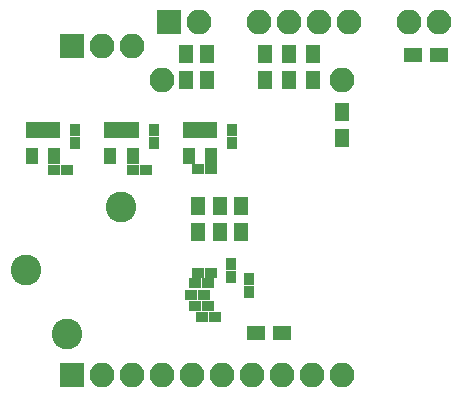
<source format=gts>
G04 #@! TF.FileFunction,Soldermask,Top*
%FSLAX46Y46*%
G04 Gerber Fmt 4.6, Leading zero omitted, Abs format (unit mm)*
G04 Created by KiCad (PCBNEW 4.0.7-e2-6376~58~ubuntu16.04.1) date Mon Mar 19 16:28:18 2018*
%MOMM*%
%LPD*%
G01*
G04 APERTURE LIST*
%ADD10C,0.100000*%
%ADD11C,2.600000*%
%ADD12O,2.100000X2.100000*%
%ADD13R,2.100000X2.100000*%
%ADD14R,0.900000X1.000000*%
%ADD15R,1.000000X0.900000*%
%ADD16R,1.300000X1.600000*%
%ADD17R,1.600000X1.300000*%
%ADD18R,1.050000X1.460000*%
G04 APERTURE END LIST*
D10*
D11*
X76440000Y-92640000D03*
X71840000Y-103440000D03*
X68440000Y-98040000D03*
D12*
X79920000Y-81900000D03*
X95160000Y-81900000D03*
D13*
X80520000Y-76980000D03*
D12*
X83060000Y-76980000D03*
X88140000Y-76980000D03*
X90680000Y-76980000D03*
X93220000Y-76980000D03*
X95760000Y-76980000D03*
X100840000Y-76980000D03*
X103380000Y-76980000D03*
D13*
X72300000Y-106900000D03*
D12*
X74840000Y-106900000D03*
X77380000Y-106900000D03*
X79920000Y-106900000D03*
X82460000Y-106900000D03*
X85000000Y-106900000D03*
X87540000Y-106900000D03*
X90080000Y-106900000D03*
X92620000Y-106900000D03*
X95160000Y-106900000D03*
D14*
X85750000Y-97490000D03*
X85750000Y-98590000D03*
X87250000Y-98790000D03*
X87250000Y-99890000D03*
D15*
X82700000Y-99140000D03*
X83800000Y-99140000D03*
X82400000Y-100140000D03*
X83500000Y-100140000D03*
X82700000Y-101040000D03*
X83800000Y-101040000D03*
X83300000Y-101940000D03*
X84400000Y-101940000D03*
X83000000Y-98240000D03*
X84100000Y-98240000D03*
D16*
X86650000Y-94740000D03*
X86650000Y-92540000D03*
X84850000Y-92540000D03*
X84850000Y-94740000D03*
D17*
X90050000Y-103340000D03*
X87850000Y-103340000D03*
D16*
X82950000Y-94740000D03*
X82950000Y-92540000D03*
D14*
X79250000Y-86140000D03*
X79250000Y-87240000D03*
X85850000Y-86140000D03*
X85850000Y-87240000D03*
X72550000Y-86140000D03*
X72550000Y-87240000D03*
D15*
X77500000Y-89540000D03*
X78600000Y-89540000D03*
X84100000Y-89440000D03*
X83000000Y-89440000D03*
X70800000Y-89540000D03*
X71900000Y-89540000D03*
D18*
X77450000Y-86140000D03*
X76500000Y-86140000D03*
X75550000Y-86140000D03*
X75550000Y-88340000D03*
X77450000Y-88340000D03*
X84105000Y-86140000D03*
X83155000Y-86140000D03*
X82205000Y-86140000D03*
X82205000Y-88340000D03*
X84105000Y-88340000D03*
X70810000Y-86140000D03*
X69860000Y-86140000D03*
X68910000Y-86140000D03*
X68910000Y-88340000D03*
X70810000Y-88340000D03*
D16*
X83700000Y-79740000D03*
X83700000Y-81940000D03*
X88650000Y-81930000D03*
X88650000Y-79730000D03*
X90675000Y-81930000D03*
X90675000Y-79730000D03*
X92675000Y-81930000D03*
X92675000Y-79730000D03*
X95125000Y-86790000D03*
X95125000Y-84590000D03*
D17*
X101175000Y-79790000D03*
X103375000Y-79790000D03*
D13*
X72310000Y-79040000D03*
D12*
X74850000Y-79040000D03*
X77390000Y-79040000D03*
D16*
X81950000Y-79740000D03*
X81950000Y-81940000D03*
M02*

</source>
